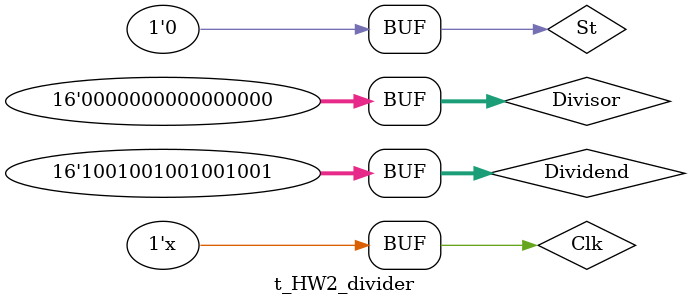
<source format=v>
module t_HW2_divider();
	reg Clk, St;
	reg [15:0] Divisor;
	reg [15:0] Dividend;
	wire [15:0] Quotient;
	wire [15:0] Remainder;
	wire Overflow, Done;
	
	initial begin
		Dividend = 16'b1000_1010_1110_1010;
		Divisor = 16'b0000_0000_1011_1011;
		St = 1;
		Clk = 1'b1;
		#100 St = 0;
		#500 Dividend = 16'b0001_0101_0111_1111;Divisor = 16'b0001_0101_0100_0110;St = 1;
		#100 St = 0;
		#500 Dividend = 16'b0000_0101_1100_0011;  Divisor = 16'b1010_0100_0010_0000;St = 1;
		#100 St = 0;
		#500 Dividend = 16'b1001_0010_0100_1001; Divisor =16'b0000_0000_0000_0000;St = 1;
		#100 St = 0;
	end
	always begin
		#10 Clk <= ~Clk;
		end
	HW2_divider H2(Clk, St, Divisor, Dividend, Quotient, Remainder, Overflow, Done );
	
endmodule	

</source>
